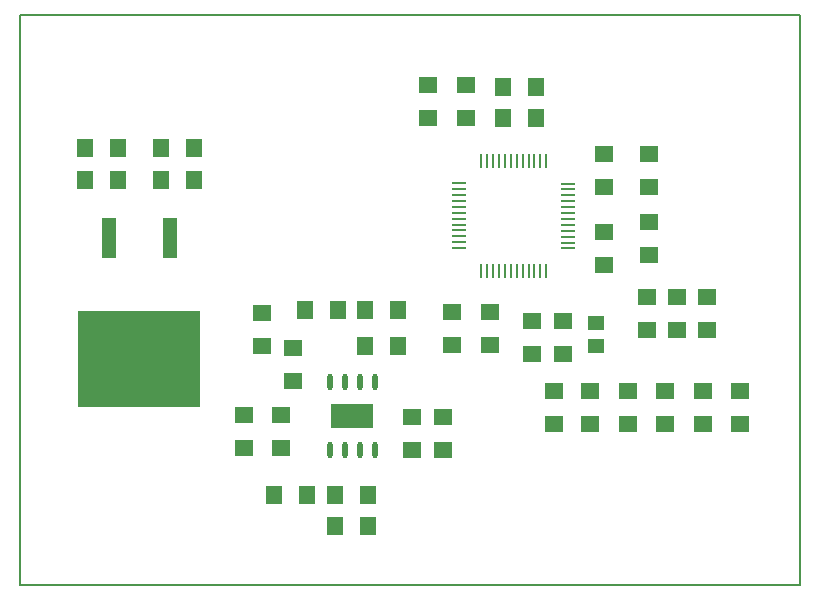
<source format=gbr>
G04 EasyPC Gerber Version 20.0.2 Build 4112 *
G04 #@! TF.Part,Single*
G04 #@! TF.FileFunction,Paste,Top *
%FSLAX35Y35*%
%MOIN*%
G04 #@! TA.AperFunction,SMDPad*
%ADD109O,0.00400X0.05306*%
%ADD110O,0.01762X0.05502*%
%ADD108O,0.05306X0.00400*%
%ADD112R,0.04912X0.13573*%
%ADD107R,0.05400X0.04500*%
%ADD106R,0.05700X0.06490*%
%ADD105R,0.06490X0.05700*%
%ADD111R,0.14400X0.08455*%
G04 #@! TD.AperFunction*
%ADD10C,0.00500*%
G04 #@! TA.AperFunction,SMDPad*
%ADD113R,0.40739X0.32471*%
X0Y0D02*
D02*
D10*
X1681500Y1776875D02*
X1941500D01*
Y1966875*
X1681500*
Y1776875*
D02*
D105*
X1756000Y1822375D03*
Y1833375D03*
X1762000Y1856375D03*
Y1867375D03*
X1768500Y1822375D03*
Y1833375D03*
X1772500Y1844875D03*
Y1855875D03*
X1812000Y1821875D03*
Y1832875D03*
X1817500Y1932375D03*
Y1943375D03*
X1822500Y1821875D03*
Y1832875D03*
X1825500Y1856875D03*
Y1867875D03*
X1830000Y1932375D03*
Y1943375D03*
X1838000Y1856875D03*
Y1867875D03*
X1852000Y1853875D03*
Y1864875D03*
X1859500Y1830375D03*
Y1841375D03*
X1862500Y1853875D03*
Y1864875D03*
X1871500Y1830375D03*
Y1841375D03*
X1876000Y1883375D03*
Y1894375D03*
Y1909375D03*
Y1920375D03*
X1884000Y1830375D03*
Y1841375D03*
X1890500Y1861875D03*
Y1872875D03*
X1891000Y1886875D03*
Y1897875D03*
Y1909375D03*
Y1920375D03*
X1896500Y1830375D03*
Y1841375D03*
X1900500Y1861875D03*
Y1872875D03*
X1909000Y1830375D03*
Y1841375D03*
X1910500Y1861875D03*
Y1872875D03*
X1921500Y1830375D03*
Y1841375D03*
D02*
D106*
X1703000Y1911875D03*
Y1922375D03*
X1714000Y1911875D03*
Y1922375D03*
X1728500Y1911875D03*
Y1922375D03*
X1739500Y1911875D03*
Y1922375D03*
X1766000Y1806875D03*
X1776500Y1868375D03*
X1777000Y1806875D03*
X1786500Y1796375D03*
Y1806875D03*
X1787500Y1868375D03*
X1796500Y1856375D03*
Y1868375D03*
X1797500Y1796375D03*
Y1806875D03*
X1807500Y1856375D03*
Y1868375D03*
X1842500Y1932375D03*
Y1942875D03*
X1853500Y1932375D03*
Y1942875D03*
D02*
D107*
X1873500Y1856625D03*
Y1864125D03*
D02*
D108*
X1827723Y1889135D03*
Y1891103D03*
Y1893072D03*
Y1895040D03*
Y1897009D03*
Y1898977D03*
Y1900946D03*
Y1902914D03*
Y1904883D03*
Y1906851D03*
Y1908820D03*
Y1910788D03*
X1864217Y1889035D03*
Y1891003D03*
Y1892972D03*
Y1894940D03*
Y1896909D03*
Y1898877D03*
Y1900846D03*
Y1902814D03*
Y1904783D03*
Y1906751D03*
Y1908720D03*
Y1910688D03*
D02*
D109*
X1835169Y1881658D03*
Y1918235D03*
X1837138Y1881658D03*
Y1918235D03*
X1839106Y1881658D03*
Y1918235D03*
X1841075Y1881658D03*
Y1918235D03*
X1843043Y1881658D03*
Y1918235D03*
X1845012Y1881658D03*
Y1918235D03*
X1846980Y1881658D03*
Y1918235D03*
X1848949Y1881658D03*
Y1918235D03*
X1850917Y1881658D03*
Y1918235D03*
X1852886Y1881658D03*
Y1918235D03*
X1854854Y1881658D03*
Y1918235D03*
X1856823Y1881658D03*
Y1918235D03*
D02*
D110*
X1784657Y1821828D03*
Y1844662D03*
X1789657Y1821828D03*
Y1844662D03*
X1794657Y1821828D03*
Y1844662D03*
X1799657Y1821828D03*
Y1844662D03*
D02*
D111*
X1792157Y1833245D03*
D02*
D112*
X1710976Y1892465D03*
X1731449D03*
D02*
D113*
X1721213Y1852308D03*
X0Y0D02*
M02*

</source>
